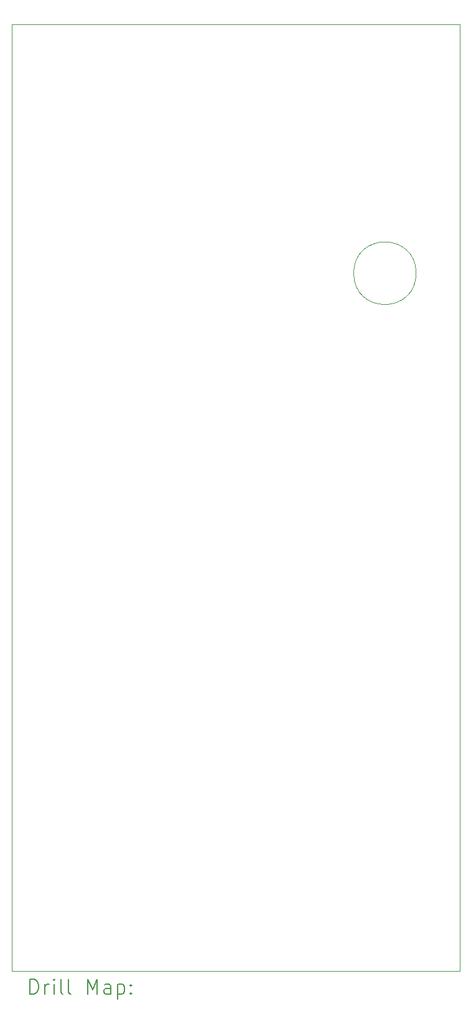
<source format=gbr>
%TF.GenerationSoftware,KiCad,Pcbnew,(6.0.9-0)*%
%TF.CreationDate,2023-02-07T08:35:39+01:00*%
%TF.ProjectId,fp_da20_panel,66705f64-6132-4305-9f70-616e656c2e6b,A*%
%TF.SameCoordinates,Original*%
%TF.FileFunction,Drillmap*%
%TF.FilePolarity,Positive*%
%FSLAX45Y45*%
G04 Gerber Fmt 4.5, Leading zero omitted, Abs format (unit mm)*
G04 Created by KiCad (PCBNEW (6.0.9-0)) date 2023-02-07 08:35:39*
%MOMM*%
%LPD*%
G01*
G04 APERTURE LIST*
%ADD10C,0.100000*%
%ADD11C,0.200000*%
G04 APERTURE END LIST*
D10*
X11093000Y-7112000D02*
G75*
G03*
X11093000Y-7112000I-425000J0D01*
G01*
X5588000Y-3732500D02*
X11684000Y-3732500D01*
X11684000Y-3732500D02*
X11684000Y-16587500D01*
X11684000Y-16587500D02*
X5588000Y-16587500D01*
X5588000Y-16587500D02*
X5588000Y-3732500D01*
D11*
X5840619Y-16902976D02*
X5840619Y-16702976D01*
X5888238Y-16702976D01*
X5916809Y-16712500D01*
X5935857Y-16731548D01*
X5945381Y-16750595D01*
X5954905Y-16788690D01*
X5954905Y-16817262D01*
X5945381Y-16855357D01*
X5935857Y-16874405D01*
X5916809Y-16893452D01*
X5888238Y-16902976D01*
X5840619Y-16902976D01*
X6040619Y-16902976D02*
X6040619Y-16769643D01*
X6040619Y-16807738D02*
X6050143Y-16788690D01*
X6059667Y-16779167D01*
X6078714Y-16769643D01*
X6097762Y-16769643D01*
X6164428Y-16902976D02*
X6164428Y-16769643D01*
X6164428Y-16702976D02*
X6154905Y-16712500D01*
X6164428Y-16722024D01*
X6173952Y-16712500D01*
X6164428Y-16702976D01*
X6164428Y-16722024D01*
X6288238Y-16902976D02*
X6269190Y-16893452D01*
X6259667Y-16874405D01*
X6259667Y-16702976D01*
X6393000Y-16902976D02*
X6373952Y-16893452D01*
X6364428Y-16874405D01*
X6364428Y-16702976D01*
X6621571Y-16902976D02*
X6621571Y-16702976D01*
X6688238Y-16845833D01*
X6754905Y-16702976D01*
X6754905Y-16902976D01*
X6935857Y-16902976D02*
X6935857Y-16798214D01*
X6926333Y-16779167D01*
X6907286Y-16769643D01*
X6869190Y-16769643D01*
X6850143Y-16779167D01*
X6935857Y-16893452D02*
X6916809Y-16902976D01*
X6869190Y-16902976D01*
X6850143Y-16893452D01*
X6840619Y-16874405D01*
X6840619Y-16855357D01*
X6850143Y-16836310D01*
X6869190Y-16826786D01*
X6916809Y-16826786D01*
X6935857Y-16817262D01*
X7031095Y-16769643D02*
X7031095Y-16969643D01*
X7031095Y-16779167D02*
X7050143Y-16769643D01*
X7088238Y-16769643D01*
X7107286Y-16779167D01*
X7116809Y-16788690D01*
X7126333Y-16807738D01*
X7126333Y-16864881D01*
X7116809Y-16883929D01*
X7107286Y-16893452D01*
X7088238Y-16902976D01*
X7050143Y-16902976D01*
X7031095Y-16893452D01*
X7212048Y-16883929D02*
X7221571Y-16893452D01*
X7212048Y-16902976D01*
X7202524Y-16893452D01*
X7212048Y-16883929D01*
X7212048Y-16902976D01*
X7212048Y-16779167D02*
X7221571Y-16788690D01*
X7212048Y-16798214D01*
X7202524Y-16788690D01*
X7212048Y-16779167D01*
X7212048Y-16798214D01*
M02*

</source>
